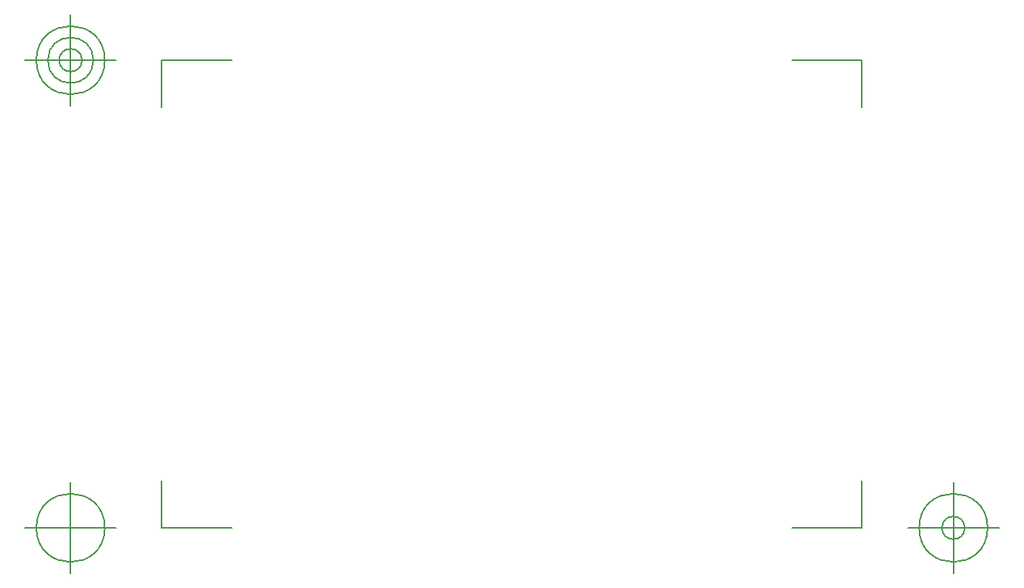
<source format=gbr>
G04 Generated by Ultiboard 14.0 *
%FSLAX34Y34*%
%MOMM*%

%ADD10C,0.0001*%
%ADD11C,0.1270*%


G04 ColorRGB FF14FF for the following layer *
%LNSilkscreen Bottom*%
%LPD*%
G54D10*
G54D11*
X-2540Y-2540D02*
X-2540Y48768D01*
X-2540Y-2540D02*
X74168Y-2540D01*
X764540Y-2540D02*
X687832Y-2540D01*
X764540Y-2540D02*
X764540Y48768D01*
X764540Y510540D02*
X764540Y459232D01*
X764540Y510540D02*
X687832Y510540D01*
X-2540Y510540D02*
X74168Y510540D01*
X-2540Y510540D02*
X-2540Y459232D01*
X-52540Y-2540D02*
X-152540Y-2540D01*
X-102540Y-52540D02*
X-102540Y47460D01*
X-140040Y-2540D02*
G75*
D01*
G02X-140040Y-2540I37500J0*
G01*
X814540Y-2540D02*
X914540Y-2540D01*
X864540Y-52540D02*
X864540Y47460D01*
X827040Y-2540D02*
G75*
D01*
G02X827040Y-2540I37500J0*
G01*
X852040Y-2540D02*
G75*
D01*
G02X852040Y-2540I12500J0*
G01*
X-52540Y510540D02*
X-152540Y510540D01*
X-102540Y460540D02*
X-102540Y560540D01*
X-140040Y510540D02*
G75*
D01*
G02X-140040Y510540I37500J0*
G01*
X-127540Y510540D02*
G75*
D01*
G02X-127540Y510540I25000J0*
G01*
X-115040Y510540D02*
G75*
D01*
G02X-115040Y510540I12500J0*
G01*

M02*

</source>
